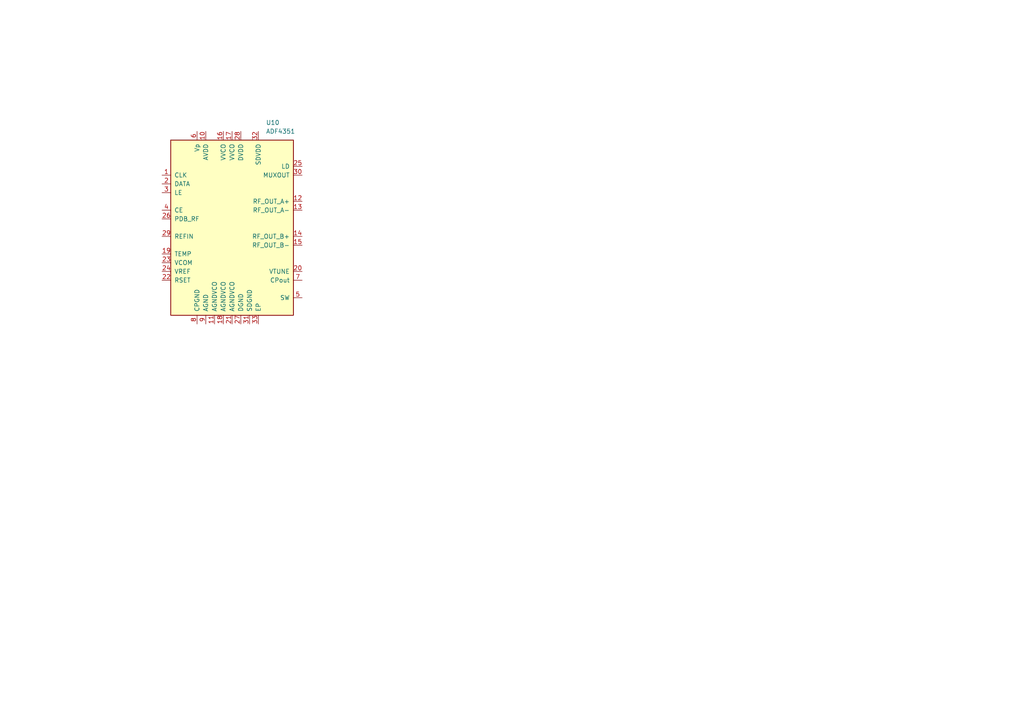
<source format=kicad_sch>
(kicad_sch (version 20231120) (generator "eeschema") (generator_version "8.0")
  (paper "A4")
  (lib_symbols
    (symbol "Timer_PLL:ADF4351" (pin_names (offset 1.016))
      (property "Reference" "U" (at 0 1.27 0))
      (property "Value" "ADF4351" (at 0 -1.27 0))
      (symbol "ADF4351_0_1"
        (rectangle (start 17.78 25.4) (end -17.78 -25.4) (stroke (width 0.254)) (fill (type background)))
      )
      (symbol "ADF4351_1_1"
        (pin input line (at -20.32 15.24 0) (length 2.54) (name "CLK") (number "1"))
        (pin power_in line (at -7.62 27.94 270) (length 2.54) (name "AVDD") (number "10"))
        (pin power_in line (at -5.08 -27.94 90) (length 2.54) (name "AGNDVCO") (number "11"))
        (pin output line (at 20.32 7.62 180) (length 2.54) (name "RF_OUT_A+") (number "12"))
        (pin output line (at 20.32 5.08 180) (length 2.54) (name "RF_OUT_A-") (number "13"))
        (pin output line (at 20.32 -2.54 180) (length 2.54) (name "RF_OUT_B+") (number "14"))
        (pin output line (at 20.32 -5.08 180) (length 2.54) (name "RF_OUT_B-") (number "15"))
        (pin power_in line (at -2.54 27.94 270) (length 2.54) (name "VVCO") (number "16"))
        (pin power_in line (at 0 27.94 270) (length 2.54) (name "VVCO") (number "17"))
        (pin power_in line (at -2.54 -27.94 90) (length 2.54) (name "AGNDVCO") (number "18"))
        (pin input line (at -20.32 -7.62 0) (length 2.54) (name "TEMP") (number "19"))
        (pin input line (at -20.32 12.7 0) (length 2.54) (name "DATA") (number "2"))
        (pin input line (at 20.32 -12.7 180) (length 2.54) (name "VTUNE") (number "20"))
        (pin power_in line (at 0 -27.94 90) (length 2.54) (name "AGNDVCO") (number "21"))
        (pin input line (at -20.32 -15.24 0) (length 2.54) (name "RSET") (number "22"))
        (pin input line (at -20.32 -10.16 0) (length 2.54) (name "VCOM") (number "23"))
        (pin input line (at -20.32 -12.7 0) (length 2.54) (name "VREF") (number "24"))
        (pin input line (at 20.32 17.78 180) (length 2.54) (name "LD") (number "25"))
        (pin input line (at -20.32 2.54 0) (length 2.54) (name "PDB_RF") (number "26"))
        (pin power_in line (at 2.54 -27.94 90) (length 2.54) (name "DGND") (number "27"))
        (pin power_in line (at 2.54 27.94 270) (length 2.54) (name "DVDD") (number "28"))
        (pin input line (at -20.32 -2.54 0) (length 2.54) (name "REFIN") (number "29"))
        (pin input line (at -20.32 10.16 0) (length 2.54) (name "LE") (number "3"))
        (pin output line (at 20.32 15.24 180) (length 2.54) (name "MUXOUT") (number "30"))
        (pin power_in line (at 5.08 -27.94 90) (length 2.54) (name "SDGND") (number "31"))
        (pin power_in line (at 7.62 27.94 270) (length 2.54) (name "SDVDD") (number "32"))
        (pin power_in line (at 7.62 -27.94 90) (length 2.54) (name "EP") (number "33"))
        (pin input line (at -20.32 5.08 0) (length 2.54) (name "CE") (number "4"))
        (pin input line (at 20.32 -20.32 180) (length 2.54) (name "SW") (number "5"))
        (pin power_in line (at -10.16 27.94 270) (length 2.54) (name "Vp") (number "6"))
        (pin input line (at 20.32 -15.24 180) (length 2.54) (name "CPout") (number "7"))
        (pin power_in line (at -10.16 -27.94 90) (length 2.54) (name "CPGND") (number "8"))
        (pin power_in line (at -7.62 -27.94 90) (length 2.54) (name "AGND") (number "9"))
      )
    )
  )
  (symbol (lib_id "Timer_PLL:ADF4351") (at 67.31 66.04 0) (unit 1)
    (property "Reference" "U10" (at 77.1241 35.56 0) (effects (justify left)))
    (property "Value" "ADF4351" (at 77.1241 38.1 0) (effects (justify left)))
    (property "Footprint" "Package_CSP:LFCSP-32-1EP_5x5mm_P0.5mm_EP3.25x3.25mm" (effects (hide yes)))
    (property "Datasheet" "https://www.analog.com/media/en/technical-documentation/data-sheets/ADF4351.pdf" (effects (hide yes)))
    (property "Description" "35-4400MHz fractional-N PLL, LFCSP-32" (effects (hide yes)))
  )
)
</source>
